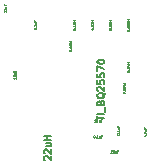
<source format=gbr>
%TF.FileFunction,Other,Comment*%
%FSLAX46Y46*%
G04 Gerber Fmt 4.6, Leading zero omitted, Abs format (unit mm)*
G04 Created by KiCad (PCBNEW (2014-12-19 BZR 5328)-product) date 23/12/2014 01:10:06*
%MOMM*%
G01*
G04 APERTURE LIST*
%ADD10C,0.127000*%
%ADD11C,0.050000*%
G04 APERTURE END LIST*
D10*
D11*
X133047429Y-94059524D02*
X133056953Y-94050000D01*
X133076001Y-94040476D01*
X133123620Y-94040476D01*
X133142667Y-94050000D01*
X133152191Y-94059524D01*
X133161715Y-94078571D01*
X133161715Y-94097619D01*
X133152191Y-94126190D01*
X133037905Y-94240476D01*
X133161715Y-94240476D01*
X133237905Y-94059524D02*
X133247429Y-94050000D01*
X133266477Y-94040476D01*
X133314096Y-94040476D01*
X133333143Y-94050000D01*
X133342667Y-94059524D01*
X133352191Y-94078571D01*
X133352191Y-94097619D01*
X133342667Y-94126190D01*
X133228381Y-94240476D01*
X133352191Y-94240476D01*
X133523619Y-94107143D02*
X133523619Y-94240476D01*
X133437905Y-94107143D02*
X133437905Y-94211905D01*
X133447429Y-94230952D01*
X133466476Y-94240476D01*
X133495048Y-94240476D01*
X133514096Y-94230952D01*
X133523619Y-94221429D01*
X133685524Y-94135714D02*
X133618857Y-94135714D01*
X133618857Y-94240476D02*
X133618857Y-94040476D01*
X133714095Y-94040476D01*
X131635429Y-92762476D02*
X131654477Y-92762476D01*
X131673525Y-92772000D01*
X131683048Y-92781524D01*
X131692572Y-92800571D01*
X131702096Y-92838667D01*
X131702096Y-92886286D01*
X131692572Y-92924381D01*
X131683048Y-92943429D01*
X131673525Y-92952952D01*
X131654477Y-92962476D01*
X131635429Y-92962476D01*
X131616382Y-92952952D01*
X131606858Y-92943429D01*
X131597334Y-92924381D01*
X131587810Y-92886286D01*
X131587810Y-92838667D01*
X131597334Y-92800571D01*
X131606858Y-92781524D01*
X131616382Y-92772000D01*
X131635429Y-92762476D01*
X131787810Y-92943429D02*
X131797334Y-92952952D01*
X131787810Y-92962476D01*
X131778286Y-92952952D01*
X131787810Y-92943429D01*
X131787810Y-92962476D01*
X131987810Y-92962476D02*
X131873524Y-92962476D01*
X131930667Y-92962476D02*
X131930667Y-92762476D01*
X131911619Y-92791048D01*
X131892572Y-92810095D01*
X131873524Y-92819619D01*
X132159238Y-92829143D02*
X132159238Y-92962476D01*
X132073524Y-92829143D02*
X132073524Y-92933905D01*
X132083048Y-92952952D01*
X132102095Y-92962476D01*
X132130667Y-92962476D01*
X132149715Y-92952952D01*
X132159238Y-92943429D01*
X132321143Y-92857714D02*
X132254476Y-92857714D01*
X132254476Y-92962476D02*
X132254476Y-92762476D01*
X132349714Y-92762476D01*
X131748213Y-91617287D02*
X131633927Y-91617287D01*
X131691070Y-91617287D02*
X131691070Y-91417287D01*
X131672022Y-91445859D01*
X131652975Y-91464906D01*
X131633927Y-91474430D01*
X131872022Y-91417287D02*
X131891070Y-91417287D01*
X131910118Y-91426811D01*
X131919641Y-91436335D01*
X131929165Y-91455382D01*
X131938689Y-91493478D01*
X131938689Y-91541097D01*
X131929165Y-91579192D01*
X131919641Y-91598240D01*
X131910118Y-91607763D01*
X131891070Y-91617287D01*
X131872022Y-91617287D01*
X131852975Y-91607763D01*
X131843451Y-91598240D01*
X131833927Y-91579192D01*
X131824403Y-91541097D01*
X131824403Y-91493478D01*
X131833927Y-91455382D01*
X131843451Y-91436335D01*
X131852975Y-91426811D01*
X131872022Y-91417287D01*
X132024403Y-91483954D02*
X132024403Y-91617287D01*
X132024403Y-91503001D02*
X132033927Y-91493478D01*
X132052974Y-91483954D01*
X132081546Y-91483954D01*
X132100594Y-91493478D01*
X132110117Y-91512525D01*
X132110117Y-91617287D01*
X132272022Y-91512525D02*
X132205355Y-91512525D01*
X132205355Y-91617287D02*
X132205355Y-91417287D01*
X132300593Y-91417287D01*
X135935143Y-92770952D02*
X136068476Y-92770952D01*
X135858952Y-92818571D02*
X136001810Y-92866190D01*
X136001810Y-92742380D01*
X136049429Y-92666190D02*
X136058952Y-92656666D01*
X136068476Y-92666190D01*
X136058952Y-92675714D01*
X136049429Y-92666190D01*
X136068476Y-92666190D01*
X135868476Y-92590000D02*
X135868476Y-92456666D01*
X136068476Y-92542381D01*
X135935143Y-92294762D02*
X136068476Y-92294762D01*
X135935143Y-92380476D02*
X136039905Y-92380476D01*
X136058952Y-92370952D01*
X136068476Y-92351905D01*
X136068476Y-92323333D01*
X136058952Y-92304285D01*
X136049429Y-92294762D01*
X135963714Y-92132857D02*
X135963714Y-92199524D01*
X136068476Y-92199524D02*
X135868476Y-92199524D01*
X135868476Y-92104286D01*
X133586476Y-92668571D02*
X133586476Y-92649523D01*
X133596000Y-92630475D01*
X133605524Y-92620952D01*
X133624571Y-92611428D01*
X133662667Y-92601904D01*
X133710286Y-92601904D01*
X133748381Y-92611428D01*
X133767429Y-92620952D01*
X133776952Y-92630475D01*
X133786476Y-92649523D01*
X133786476Y-92668571D01*
X133776952Y-92687618D01*
X133767429Y-92697142D01*
X133748381Y-92706666D01*
X133710286Y-92716190D01*
X133662667Y-92716190D01*
X133624571Y-92706666D01*
X133605524Y-92697142D01*
X133596000Y-92687618D01*
X133586476Y-92668571D01*
X133767429Y-92516190D02*
X133776952Y-92506666D01*
X133786476Y-92516190D01*
X133776952Y-92525714D01*
X133767429Y-92516190D01*
X133786476Y-92516190D01*
X133786476Y-92316190D02*
X133786476Y-92430476D01*
X133786476Y-92373333D02*
X133586476Y-92373333D01*
X133615048Y-92392381D01*
X133634095Y-92411428D01*
X133643619Y-92430476D01*
X133653143Y-92144762D02*
X133786476Y-92144762D01*
X133653143Y-92230476D02*
X133757905Y-92230476D01*
X133776952Y-92220952D01*
X133786476Y-92201905D01*
X133786476Y-92173333D01*
X133776952Y-92154285D01*
X133767429Y-92144762D01*
X133681714Y-91982857D02*
X133681714Y-92049524D01*
X133786476Y-92049524D02*
X133586476Y-92049524D01*
X133586476Y-91954286D01*
X126544476Y-83756571D02*
X126544476Y-83737523D01*
X126554000Y-83718475D01*
X126563524Y-83708952D01*
X126582571Y-83699428D01*
X126620667Y-83689904D01*
X126668286Y-83689904D01*
X126706381Y-83699428D01*
X126725429Y-83708952D01*
X126734952Y-83718475D01*
X126744476Y-83737523D01*
X126744476Y-83756571D01*
X126734952Y-83775618D01*
X126725429Y-83785142D01*
X126706381Y-83794666D01*
X126668286Y-83804190D01*
X126620667Y-83804190D01*
X126582571Y-83794666D01*
X126563524Y-83785142D01*
X126554000Y-83775618D01*
X126544476Y-83756571D01*
X126725429Y-83604190D02*
X126734952Y-83594666D01*
X126744476Y-83604190D01*
X126734952Y-83613714D01*
X126725429Y-83604190D01*
X126744476Y-83604190D01*
X126744476Y-83404190D02*
X126744476Y-83518476D01*
X126744476Y-83461333D02*
X126544476Y-83461333D01*
X126573048Y-83480381D01*
X126592095Y-83499428D01*
X126601619Y-83518476D01*
X126611143Y-83232762D02*
X126744476Y-83232762D01*
X126611143Y-83318476D02*
X126715905Y-83318476D01*
X126734952Y-83308952D01*
X126744476Y-83289905D01*
X126744476Y-83261333D01*
X126734952Y-83242285D01*
X126725429Y-83232762D01*
X126639714Y-83070857D02*
X126639714Y-83137524D01*
X126744476Y-83137524D02*
X126544476Y-83137524D01*
X126544476Y-83042286D01*
X124031524Y-82344571D02*
X124022000Y-82335047D01*
X124012476Y-82315999D01*
X124012476Y-82268380D01*
X124022000Y-82249333D01*
X124031524Y-82239809D01*
X124050571Y-82230285D01*
X124069619Y-82230285D01*
X124098190Y-82239809D01*
X124212476Y-82354095D01*
X124212476Y-82230285D01*
X124031524Y-82154095D02*
X124022000Y-82144571D01*
X124012476Y-82125523D01*
X124012476Y-82077904D01*
X124022000Y-82058857D01*
X124031524Y-82049333D01*
X124050571Y-82039809D01*
X124069619Y-82039809D01*
X124098190Y-82049333D01*
X124212476Y-82163619D01*
X124212476Y-82039809D01*
X124079143Y-81868381D02*
X124212476Y-81868381D01*
X124079143Y-81954095D02*
X124183905Y-81954095D01*
X124202952Y-81944571D01*
X124212476Y-81925524D01*
X124212476Y-81896952D01*
X124202952Y-81877904D01*
X124193429Y-81868381D01*
X124107714Y-81706476D02*
X124107714Y-81773143D01*
X124212476Y-81773143D02*
X124012476Y-81773143D01*
X124012476Y-81677905D01*
D10*
X131911429Y-91485715D02*
X131911429Y-91142858D01*
X132511429Y-91314287D02*
X131911429Y-91314287D01*
X132511429Y-90942858D02*
X131911429Y-90942858D01*
X132568571Y-90800001D02*
X132568571Y-90342858D01*
X132197143Y-90000001D02*
X132225714Y-89914287D01*
X132254286Y-89885715D01*
X132311429Y-89857144D01*
X132397143Y-89857144D01*
X132454286Y-89885715D01*
X132482857Y-89914287D01*
X132511429Y-89971429D01*
X132511429Y-90200001D01*
X131911429Y-90200001D01*
X131911429Y-90000001D01*
X131940000Y-89942858D01*
X131968571Y-89914287D01*
X132025714Y-89885715D01*
X132082857Y-89885715D01*
X132140000Y-89914287D01*
X132168571Y-89942858D01*
X132197143Y-90000001D01*
X132197143Y-90200001D01*
X132568571Y-89200001D02*
X132540000Y-89257144D01*
X132482857Y-89314287D01*
X132397143Y-89400001D01*
X132368571Y-89457144D01*
X132368571Y-89514287D01*
X132511429Y-89485715D02*
X132482857Y-89542858D01*
X132425714Y-89600001D01*
X132311429Y-89628572D01*
X132111429Y-89628572D01*
X131997143Y-89600001D01*
X131940000Y-89542858D01*
X131911429Y-89485715D01*
X131911429Y-89371429D01*
X131940000Y-89314287D01*
X131997143Y-89257144D01*
X132111429Y-89228572D01*
X132311429Y-89228572D01*
X132425714Y-89257144D01*
X132482857Y-89314287D01*
X132511429Y-89371429D01*
X132511429Y-89485715D01*
X131968571Y-89000001D02*
X131940000Y-88971430D01*
X131911429Y-88914287D01*
X131911429Y-88771430D01*
X131940000Y-88714287D01*
X131968571Y-88685716D01*
X132025714Y-88657144D01*
X132082857Y-88657144D01*
X132168571Y-88685716D01*
X132511429Y-89028573D01*
X132511429Y-88657144D01*
X131911429Y-88114287D02*
X131911429Y-88400001D01*
X132197143Y-88428572D01*
X132168571Y-88400001D01*
X132140000Y-88342858D01*
X132140000Y-88200001D01*
X132168571Y-88142858D01*
X132197143Y-88114287D01*
X132254286Y-88085715D01*
X132397143Y-88085715D01*
X132454286Y-88114287D01*
X132482857Y-88142858D01*
X132511429Y-88200001D01*
X132511429Y-88342858D01*
X132482857Y-88400001D01*
X132454286Y-88428572D01*
X131911429Y-87542858D02*
X131911429Y-87828572D01*
X132197143Y-87857143D01*
X132168571Y-87828572D01*
X132140000Y-87771429D01*
X132140000Y-87628572D01*
X132168571Y-87571429D01*
X132197143Y-87542858D01*
X132254286Y-87514286D01*
X132397143Y-87514286D01*
X132454286Y-87542858D01*
X132482857Y-87571429D01*
X132511429Y-87628572D01*
X132511429Y-87771429D01*
X132482857Y-87828572D01*
X132454286Y-87857143D01*
X131911429Y-87314286D02*
X131911429Y-86914286D01*
X132511429Y-87171429D01*
X131911429Y-86571428D02*
X131911429Y-86514285D01*
X131940000Y-86457142D01*
X131968571Y-86428571D01*
X132025714Y-86400000D01*
X132140000Y-86371428D01*
X132282857Y-86371428D01*
X132397143Y-86400000D01*
X132454286Y-86428571D01*
X132482857Y-86457142D01*
X132511429Y-86514285D01*
X132511429Y-86571428D01*
X132482857Y-86628571D01*
X132454286Y-86657142D01*
X132397143Y-86685714D01*
X132282857Y-86714285D01*
X132140000Y-86714285D01*
X132025714Y-86685714D01*
X131968571Y-86657142D01*
X131940000Y-86628571D01*
X131911429Y-86571428D01*
X127460091Y-94860297D02*
X127431520Y-94831726D01*
X127402949Y-94774583D01*
X127402949Y-94631726D01*
X127431520Y-94574583D01*
X127460091Y-94546012D01*
X127517234Y-94517440D01*
X127574377Y-94517440D01*
X127660091Y-94546012D01*
X128002949Y-94888869D01*
X128002949Y-94517440D01*
X127460091Y-94288868D02*
X127431520Y-94260297D01*
X127402949Y-94203154D01*
X127402949Y-94060297D01*
X127431520Y-94003154D01*
X127460091Y-93974583D01*
X127517234Y-93946011D01*
X127574377Y-93946011D01*
X127660091Y-93974583D01*
X128002949Y-94317440D01*
X128002949Y-93946011D01*
X127602949Y-93431725D02*
X128002949Y-93431725D01*
X127602949Y-93688868D02*
X127917234Y-93688868D01*
X127974377Y-93660296D01*
X128002949Y-93603154D01*
X128002949Y-93517439D01*
X127974377Y-93460296D01*
X127945806Y-93431725D01*
X128002949Y-93146011D02*
X127402949Y-93146011D01*
X127688663Y-93146011D02*
X127688663Y-92803154D01*
X128002949Y-92803154D02*
X127402949Y-92803154D01*
D11*
X125016476Y-87863333D02*
X125016476Y-87977619D01*
X125016476Y-87920476D02*
X124816476Y-87920476D01*
X124845048Y-87939524D01*
X124864095Y-87958571D01*
X124873619Y-87977619D01*
X124816476Y-87739524D02*
X124816476Y-87720476D01*
X124826000Y-87701428D01*
X124835524Y-87691905D01*
X124854571Y-87682381D01*
X124892667Y-87672857D01*
X124940286Y-87672857D01*
X124978381Y-87682381D01*
X124997429Y-87691905D01*
X125006952Y-87701428D01*
X125016476Y-87720476D01*
X125016476Y-87739524D01*
X125006952Y-87758571D01*
X124997429Y-87768095D01*
X124978381Y-87777619D01*
X124940286Y-87787143D01*
X124892667Y-87787143D01*
X124854571Y-87777619D01*
X124835524Y-87768095D01*
X124826000Y-87758571D01*
X124816476Y-87739524D01*
X124883143Y-87501429D02*
X125016476Y-87501429D01*
X124883143Y-87587143D02*
X124987905Y-87587143D01*
X125006952Y-87577619D01*
X125016476Y-87558572D01*
X125016476Y-87530000D01*
X125006952Y-87510952D01*
X124997429Y-87501429D01*
X125016476Y-87406191D02*
X124816476Y-87406191D01*
X124911714Y-87406191D02*
X124911714Y-87291905D01*
X125016476Y-87291905D02*
X124816476Y-87291905D01*
X129846476Y-83742285D02*
X129846476Y-83780380D01*
X129856000Y-83799428D01*
X129865524Y-83808951D01*
X129894095Y-83827999D01*
X129932190Y-83837523D01*
X130008381Y-83837523D01*
X130027429Y-83827999D01*
X130036952Y-83818475D01*
X130046476Y-83799428D01*
X130046476Y-83761332D01*
X130036952Y-83742285D01*
X130027429Y-83732761D01*
X130008381Y-83723237D01*
X129960762Y-83723237D01*
X129941714Y-83732761D01*
X129932190Y-83742285D01*
X129922667Y-83761332D01*
X129922667Y-83799428D01*
X129932190Y-83818475D01*
X129941714Y-83827999D01*
X129960762Y-83837523D01*
X130027429Y-83637523D02*
X130036952Y-83627999D01*
X130046476Y-83637523D01*
X130036952Y-83647047D01*
X130027429Y-83637523D01*
X130046476Y-83637523D01*
X130046476Y-83437523D02*
X130046476Y-83551809D01*
X130046476Y-83494666D02*
X129846476Y-83494666D01*
X129875048Y-83513714D01*
X129894095Y-83532761D01*
X129903619Y-83551809D01*
X130046476Y-83342285D02*
X130046476Y-83304190D01*
X130036952Y-83285142D01*
X130027429Y-83275618D01*
X129998857Y-83256571D01*
X129960762Y-83247047D01*
X129884571Y-83247047D01*
X129865524Y-83256571D01*
X129856000Y-83266095D01*
X129846476Y-83285142D01*
X129846476Y-83323238D01*
X129856000Y-83342285D01*
X129865524Y-83351809D01*
X129884571Y-83361333D01*
X129932190Y-83361333D01*
X129951238Y-83351809D01*
X129960762Y-83342285D01*
X129970286Y-83323238D01*
X129970286Y-83285142D01*
X129960762Y-83266095D01*
X129951238Y-83256571D01*
X129932190Y-83247047D01*
X130046476Y-83161333D02*
X129846476Y-83161333D01*
X129989333Y-83094666D01*
X129846476Y-83028000D01*
X130046476Y-83028000D01*
X129522476Y-85542285D02*
X129522476Y-85580380D01*
X129532000Y-85599428D01*
X129541524Y-85608951D01*
X129570095Y-85627999D01*
X129608190Y-85637523D01*
X129684381Y-85637523D01*
X129703429Y-85627999D01*
X129712952Y-85618475D01*
X129722476Y-85599428D01*
X129722476Y-85561332D01*
X129712952Y-85542285D01*
X129703429Y-85532761D01*
X129684381Y-85523237D01*
X129636762Y-85523237D01*
X129617714Y-85532761D01*
X129608190Y-85542285D01*
X129598667Y-85561332D01*
X129598667Y-85599428D01*
X129608190Y-85618475D01*
X129617714Y-85627999D01*
X129636762Y-85637523D01*
X129703429Y-85437523D02*
X129712952Y-85427999D01*
X129722476Y-85437523D01*
X129712952Y-85447047D01*
X129703429Y-85437523D01*
X129722476Y-85437523D01*
X129522476Y-85256571D02*
X129522476Y-85294666D01*
X129532000Y-85313714D01*
X129541524Y-85323237D01*
X129570095Y-85342285D01*
X129608190Y-85351809D01*
X129684381Y-85351809D01*
X129703429Y-85342285D01*
X129712952Y-85332761D01*
X129722476Y-85313714D01*
X129722476Y-85275618D01*
X129712952Y-85256571D01*
X129703429Y-85247047D01*
X129684381Y-85237523D01*
X129636762Y-85237523D01*
X129617714Y-85247047D01*
X129608190Y-85256571D01*
X129598667Y-85275618D01*
X129598667Y-85313714D01*
X129608190Y-85332761D01*
X129617714Y-85342285D01*
X129636762Y-85351809D01*
X129522476Y-85056571D02*
X129522476Y-85151809D01*
X129617714Y-85161333D01*
X129608190Y-85151809D01*
X129598667Y-85132761D01*
X129598667Y-85085142D01*
X129608190Y-85066095D01*
X129617714Y-85056571D01*
X129636762Y-85047047D01*
X129684381Y-85047047D01*
X129703429Y-85056571D01*
X129712952Y-85066095D01*
X129722476Y-85085142D01*
X129722476Y-85132761D01*
X129712952Y-85151809D01*
X129703429Y-85161333D01*
X129722476Y-84961333D02*
X129522476Y-84961333D01*
X129665333Y-84894666D01*
X129522476Y-84828000D01*
X129722476Y-84828000D01*
X131437143Y-83742285D02*
X131570476Y-83742285D01*
X131360952Y-83789904D02*
X131503810Y-83837523D01*
X131503810Y-83713713D01*
X131551429Y-83637523D02*
X131560952Y-83627999D01*
X131570476Y-83637523D01*
X131560952Y-83647047D01*
X131551429Y-83637523D01*
X131570476Y-83637523D01*
X131389524Y-83551809D02*
X131380000Y-83542285D01*
X131370476Y-83523237D01*
X131370476Y-83475618D01*
X131380000Y-83456571D01*
X131389524Y-83447047D01*
X131408571Y-83437523D01*
X131427619Y-83437523D01*
X131456190Y-83447047D01*
X131570476Y-83561333D01*
X131570476Y-83437523D01*
X131389524Y-83361333D02*
X131380000Y-83351809D01*
X131370476Y-83332761D01*
X131370476Y-83285142D01*
X131380000Y-83266095D01*
X131389524Y-83256571D01*
X131408571Y-83247047D01*
X131427619Y-83247047D01*
X131456190Y-83256571D01*
X131570476Y-83370857D01*
X131570476Y-83247047D01*
X131570476Y-83161333D02*
X131370476Y-83161333D01*
X131513333Y-83094666D01*
X131370476Y-83028000D01*
X131570476Y-83028000D01*
X132980190Y-83799428D02*
X132970667Y-83818475D01*
X132961143Y-83827999D01*
X132942095Y-83837523D01*
X132932571Y-83837523D01*
X132913524Y-83827999D01*
X132904000Y-83818475D01*
X132894476Y-83799428D01*
X132894476Y-83761332D01*
X132904000Y-83742285D01*
X132913524Y-83732761D01*
X132932571Y-83723237D01*
X132942095Y-83723237D01*
X132961143Y-83732761D01*
X132970667Y-83742285D01*
X132980190Y-83761332D01*
X132980190Y-83799428D01*
X132989714Y-83818475D01*
X132999238Y-83827999D01*
X133018286Y-83837523D01*
X133056381Y-83837523D01*
X133075429Y-83827999D01*
X133084952Y-83818475D01*
X133094476Y-83799428D01*
X133094476Y-83761332D01*
X133084952Y-83742285D01*
X133075429Y-83732761D01*
X133056381Y-83723237D01*
X133018286Y-83723237D01*
X132999238Y-83732761D01*
X132989714Y-83742285D01*
X132980190Y-83761332D01*
X133075429Y-83637523D02*
X133084952Y-83627999D01*
X133094476Y-83637523D01*
X133084952Y-83647047D01*
X133075429Y-83637523D01*
X133094476Y-83637523D01*
X132894476Y-83504190D02*
X132894476Y-83485142D01*
X132904000Y-83466094D01*
X132913524Y-83456571D01*
X132932571Y-83447047D01*
X132970667Y-83437523D01*
X133018286Y-83437523D01*
X133056381Y-83447047D01*
X133075429Y-83456571D01*
X133084952Y-83466094D01*
X133094476Y-83485142D01*
X133094476Y-83504190D01*
X133084952Y-83523237D01*
X133075429Y-83532761D01*
X133056381Y-83542285D01*
X133018286Y-83551809D01*
X132970667Y-83551809D01*
X132932571Y-83542285D01*
X132913524Y-83532761D01*
X132904000Y-83523237D01*
X132894476Y-83504190D01*
X132894476Y-83266095D02*
X132894476Y-83304190D01*
X132904000Y-83323238D01*
X132913524Y-83332761D01*
X132942095Y-83351809D01*
X132980190Y-83361333D01*
X133056381Y-83361333D01*
X133075429Y-83351809D01*
X133084952Y-83342285D01*
X133094476Y-83323238D01*
X133094476Y-83285142D01*
X133084952Y-83266095D01*
X133075429Y-83256571D01*
X133056381Y-83247047D01*
X133008762Y-83247047D01*
X132989714Y-83256571D01*
X132980190Y-83266095D01*
X132970667Y-83285142D01*
X132970667Y-83323238D01*
X132980190Y-83342285D01*
X132989714Y-83351809D01*
X133008762Y-83361333D01*
X133094476Y-83161333D02*
X132894476Y-83161333D01*
X133037333Y-83094666D01*
X132894476Y-83028000D01*
X133094476Y-83028000D01*
X134418476Y-83885142D02*
X134418476Y-83866094D01*
X134428000Y-83847046D01*
X134437524Y-83837523D01*
X134456571Y-83827999D01*
X134494667Y-83818475D01*
X134542286Y-83818475D01*
X134580381Y-83827999D01*
X134599429Y-83837523D01*
X134608952Y-83847046D01*
X134618476Y-83866094D01*
X134618476Y-83885142D01*
X134608952Y-83904189D01*
X134599429Y-83913713D01*
X134580381Y-83923237D01*
X134542286Y-83932761D01*
X134494667Y-83932761D01*
X134456571Y-83923237D01*
X134437524Y-83913713D01*
X134428000Y-83904189D01*
X134418476Y-83885142D01*
X134599429Y-83732761D02*
X134608952Y-83723237D01*
X134618476Y-83732761D01*
X134608952Y-83742285D01*
X134599429Y-83732761D01*
X134618476Y-83732761D01*
X134418476Y-83551809D02*
X134418476Y-83589904D01*
X134428000Y-83608952D01*
X134437524Y-83618475D01*
X134466095Y-83637523D01*
X134504190Y-83647047D01*
X134580381Y-83647047D01*
X134599429Y-83637523D01*
X134608952Y-83627999D01*
X134618476Y-83608952D01*
X134618476Y-83570856D01*
X134608952Y-83551809D01*
X134599429Y-83542285D01*
X134580381Y-83532761D01*
X134532762Y-83532761D01*
X134513714Y-83542285D01*
X134504190Y-83551809D01*
X134494667Y-83570856D01*
X134494667Y-83608952D01*
X134504190Y-83627999D01*
X134513714Y-83637523D01*
X134532762Y-83647047D01*
X134618476Y-83437523D02*
X134618476Y-83399428D01*
X134608952Y-83380380D01*
X134599429Y-83370856D01*
X134570857Y-83351809D01*
X134532762Y-83342285D01*
X134456571Y-83342285D01*
X134437524Y-83351809D01*
X134428000Y-83361333D01*
X134418476Y-83380380D01*
X134418476Y-83418476D01*
X134428000Y-83437523D01*
X134437524Y-83447047D01*
X134456571Y-83456571D01*
X134504190Y-83456571D01*
X134523238Y-83447047D01*
X134532762Y-83437523D01*
X134542286Y-83418476D01*
X134542286Y-83380380D01*
X134532762Y-83361333D01*
X134523238Y-83351809D01*
X134504190Y-83342285D01*
X134504190Y-83228000D02*
X134494667Y-83247047D01*
X134485143Y-83256571D01*
X134466095Y-83266095D01*
X134456571Y-83266095D01*
X134437524Y-83256571D01*
X134428000Y-83247047D01*
X134418476Y-83228000D01*
X134418476Y-83189904D01*
X134428000Y-83170857D01*
X134437524Y-83161333D01*
X134456571Y-83151809D01*
X134466095Y-83151809D01*
X134485143Y-83161333D01*
X134494667Y-83170857D01*
X134504190Y-83189904D01*
X134504190Y-83228000D01*
X134513714Y-83247047D01*
X134523238Y-83256571D01*
X134542286Y-83266095D01*
X134580381Y-83266095D01*
X134599429Y-83256571D01*
X134608952Y-83247047D01*
X134618476Y-83228000D01*
X134618476Y-83189904D01*
X134608952Y-83170857D01*
X134599429Y-83161333D01*
X134580381Y-83151809D01*
X134542286Y-83151809D01*
X134523238Y-83161333D01*
X134513714Y-83170857D01*
X134504190Y-83189904D01*
X134618476Y-83066095D02*
X134418476Y-83066095D01*
X134561333Y-82999428D01*
X134418476Y-82932762D01*
X134618476Y-82932762D01*
X134418476Y-87298285D02*
X134418476Y-87336380D01*
X134428000Y-87355428D01*
X134437524Y-87364951D01*
X134466095Y-87383999D01*
X134504190Y-87393523D01*
X134580381Y-87393523D01*
X134599429Y-87383999D01*
X134608952Y-87374475D01*
X134618476Y-87355428D01*
X134618476Y-87317332D01*
X134608952Y-87298285D01*
X134599429Y-87288761D01*
X134580381Y-87279237D01*
X134532762Y-87279237D01*
X134513714Y-87288761D01*
X134504190Y-87298285D01*
X134494667Y-87317332D01*
X134494667Y-87355428D01*
X134504190Y-87374475D01*
X134513714Y-87383999D01*
X134532762Y-87393523D01*
X134599429Y-87193523D02*
X134608952Y-87183999D01*
X134618476Y-87193523D01*
X134608952Y-87203047D01*
X134599429Y-87193523D01*
X134618476Y-87193523D01*
X134418476Y-87060190D02*
X134418476Y-87041142D01*
X134428000Y-87022094D01*
X134437524Y-87012571D01*
X134456571Y-87003047D01*
X134494667Y-86993523D01*
X134542286Y-86993523D01*
X134580381Y-87003047D01*
X134599429Y-87012571D01*
X134608952Y-87022094D01*
X134618476Y-87041142D01*
X134618476Y-87060190D01*
X134608952Y-87079237D01*
X134599429Y-87088761D01*
X134580381Y-87098285D01*
X134542286Y-87107809D01*
X134494667Y-87107809D01*
X134456571Y-87098285D01*
X134437524Y-87088761D01*
X134428000Y-87079237D01*
X134418476Y-87060190D01*
X134485143Y-86822095D02*
X134618476Y-86822095D01*
X134408952Y-86869714D02*
X134551810Y-86917333D01*
X134551810Y-86793523D01*
X134618476Y-86717333D02*
X134418476Y-86717333D01*
X134561333Y-86650666D01*
X134418476Y-86584000D01*
X134618476Y-86584000D01*
X134094476Y-89203047D02*
X134094476Y-89069713D01*
X134294476Y-89155428D01*
X134275429Y-88993523D02*
X134284952Y-88983999D01*
X134294476Y-88993523D01*
X134284952Y-89003047D01*
X134275429Y-88993523D01*
X134294476Y-88993523D01*
X134180190Y-88869714D02*
X134170667Y-88888761D01*
X134161143Y-88898285D01*
X134142095Y-88907809D01*
X134132571Y-88907809D01*
X134113524Y-88898285D01*
X134104000Y-88888761D01*
X134094476Y-88869714D01*
X134094476Y-88831618D01*
X134104000Y-88812571D01*
X134113524Y-88803047D01*
X134132571Y-88793523D01*
X134142095Y-88793523D01*
X134161143Y-88803047D01*
X134170667Y-88812571D01*
X134180190Y-88831618D01*
X134180190Y-88869714D01*
X134189714Y-88888761D01*
X134199238Y-88898285D01*
X134218286Y-88907809D01*
X134256381Y-88907809D01*
X134275429Y-88898285D01*
X134284952Y-88888761D01*
X134294476Y-88869714D01*
X134294476Y-88831618D01*
X134284952Y-88812571D01*
X134275429Y-88803047D01*
X134256381Y-88793523D01*
X134218286Y-88793523D01*
X134199238Y-88803047D01*
X134189714Y-88812571D01*
X134180190Y-88831618D01*
X134094476Y-88726857D02*
X134094476Y-88593523D01*
X134294476Y-88679238D01*
X134294476Y-88517333D02*
X134094476Y-88517333D01*
X134237333Y-88450666D01*
X134094476Y-88384000D01*
X134294476Y-88384000D01*
M02*

</source>
